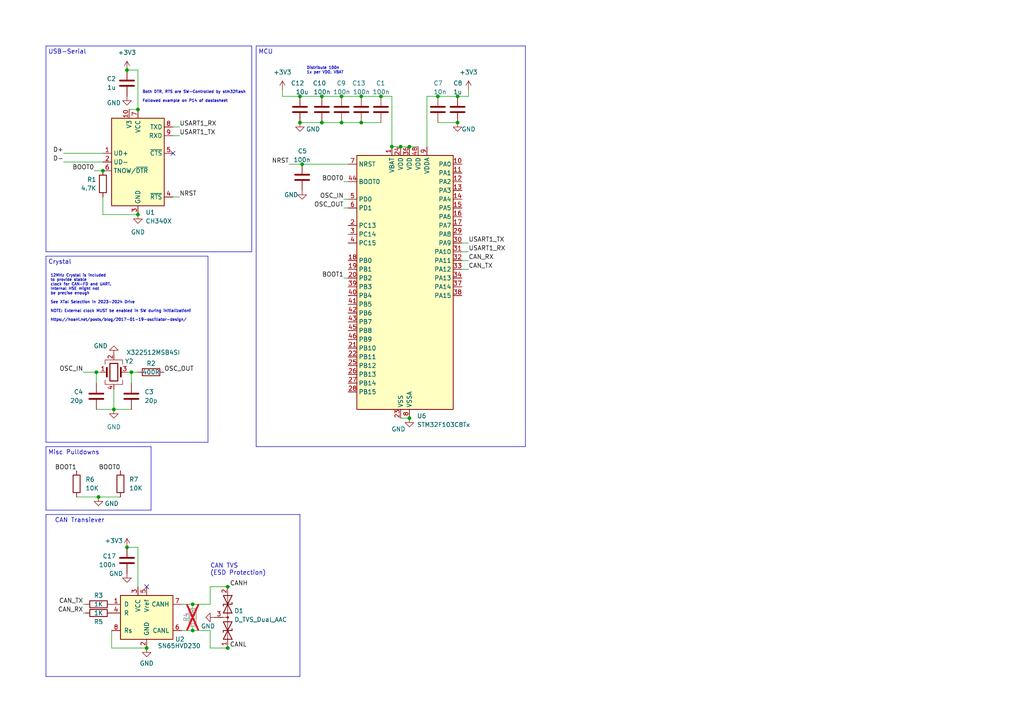
<source format=kicad_sch>
(kicad_sch (version 20230121) (generator eeschema)
  (paper "A4")
  (lib_symbols
    (symbol "Device:C" (pin_numbers hide) (pin_names (offset 0.254))
      (property "Reference" "C" (at 0.635 2.54 0))
      (property "Value" "C" (at 0.635 -2.54 0))
      (symbol "C_0_1"
        (polyline (pts (xy -2.032 -0.762) (xy 2.032 -0.762)) (stroke (width 0.508)))
        (polyline (pts (xy -2.032 0.762) (xy 2.032 0.762)) (stroke (width 0.508)))
      )
      (symbol "C_1_1"
        (pin passive line (at 0 3.81 270) (length 2.794) (name "~") (number "1"))
        (pin passive line (at 0 -3.81 90) (length 2.794) (name "~") (number "2"))
      )
    )
    (symbol "Device:Crystal_GND24" (pin_names (offset 1.016) hide)
      (property "Reference" "Y" (at 3.175 5.08 0))
      (property "Value" "Crystal_GND24" (at 3.175 3.175 0))
      (symbol "Crystal_GND24_0_1"
        (rectangle (start -1.143 2.54) (end 1.143 -2.54) (stroke (width 0.3048)))
        (polyline (pts (xy -2.54 0) (xy -2.032 0)))
        (polyline (pts (xy -2.032 -1.27) (xy -2.032 1.27)) (stroke (width 0.508)))
        (polyline (pts (xy 0 -3.81) (xy 0 -3.556)))
        (polyline (pts (xy 0 3.556) (xy 0 3.81)))
        (polyline (pts (xy 2.032 -1.27) (xy 2.032 1.27)) (stroke (width 0.508)))
        (polyline (pts (xy 2.032 0) (xy 2.54 0)))
        (polyline (pts (xy -2.54 -2.286) (xy -2.54 -3.556) (xy 2.54 -3.556) (xy 2.54 -2.286)))
        (polyline (pts (xy -2.54 2.286) (xy -2.54 3.556) (xy 2.54 3.556) (xy 2.54 2.286)))
      )
      (symbol "Crystal_GND24_1_1"
        (pin passive line (at -3.81 0 0) (length 1.27) (name "1") (number "1"))
        (pin passive line (at 0 5.08 270) (length 1.27) (name "2") (number "2"))
        (pin passive line (at 3.81 0 180) (length 1.27) (name "3") (number "3"))
        (pin passive line (at 0 -5.08 90) (length 1.27) (name "4") (number "4"))
      )
    )
    (symbol "Device:D_TVS_Dual_AAC" (pin_names (offset 1.016) hide)
      (property "Reference" "D" (at 0 4.445 0))
      (property "Value" "D_TVS_Dual_AAC" (at 0 2.54 0))
      (symbol "D_TVS_Dual_AAC_0_0"
        (polyline (pts (xy 0 -1.27) (xy 0 0)))
      )
      (symbol "D_TVS_Dual_AAC_0_1"
        (polyline (pts (xy -6.35 0) (xy 6.35 0)))
        (polyline (pts (xy -3.302 1.27) (xy -3.81 1.27) (xy -3.81 -1.27) (xy -4.318 -1.27)) (stroke (width 0.254)))
        (polyline (pts (xy 4.318 1.27) (xy 3.81 1.27) (xy 3.81 -1.27) (xy 3.302 -1.27)) (stroke (width 0.254)))
        (polyline (pts (xy -6.35 1.27) (xy -1.27 -1.27) (xy -1.27 1.27) (xy -6.35 -1.27) (xy -6.35 1.27)) (stroke (width 0.254)))
        (polyline (pts (xy 6.35 1.27) (xy 1.27 -1.27) (xy 1.27 1.27) (xy 6.35 -1.27) (xy 6.35 1.27)) (stroke (width 0.254)))
        (circle (center 0 0) (radius 0.254) (fill (type outline)))
      )
      (symbol "D_TVS_Dual_AAC_1_1"
        (pin passive line (at -8.89 0 0) (length 2.54) (name "A1") (number "1"))
        (pin passive line (at 8.89 0 180) (length 2.54) (name "A2") (number "2"))
        (pin input line (at 0 -3.81 90) (length 2.54) (name "common") (number "3"))
      )
    )
    (symbol "Device:R" (pin_numbers hide) (pin_names (offset 0))
      (property "Reference" "R" (at 2.032 0 90))
      (property "Value" "R" (at 0 0 90))
      (symbol "R_0_1"
        (rectangle (start -1.016 -2.54) (end 1.016 2.54) (stroke (width 0.254)))
      )
      (symbol "R_1_1"
        (pin passive line (at 0 3.81 270) (length 1.27) (name "~") (number "1"))
        (pin passive line (at 0 -3.81 90) (length 1.27) (name "~") (number "2"))
      )
    )
    (symbol "Interface_CAN_LIN:SN65HVD230" (pin_names (offset 1.016))
      (property "Reference" "U2" (at 2.1941 10.16 0))
      (property "Value" "SN65HVD230" (at 2.1941 7.62 0))
      (symbol "SN65HVD230_0_1"
        (rectangle (start -7.62 5.08) (end 7.62 -7.62) (stroke (width 0.254)) (fill (type background)))
      )
      (symbol "SN65HVD230_1_1"
        (pin input line (at -10.16 2.54 0) (length 2.54) (name "D") (number "1"))
        (pin power_in line (at 0 -10.16 90) (length 2.54) (name "GND") (number "2"))
        (pin power_in line (at -2.54 7.62 270) (length 2.54) (name "VCC") (number "3"))
        (pin output line (at -10.16 0 0) (length 2.54) (name "R") (number "4"))
        (pin output line (at 0 7.62 270) (length 2.54) (name "Vref") (number "5"))
        (pin bidirectional line (at 10.16 -5.08 180) (length 2.54) (name "CANL") (number "6"))
        (pin bidirectional line (at 10.16 2.54 180) (length 2.54) (name "CANH") (number "7"))
        (pin input line (at -10.16 -5.08 0) (length 2.54) (name "Rs") (number "8"))
      )
    )
    (symbol "Interface_USB:CH340X"
      (property "Reference" "U" (at -5.08 13.97 0))
      (property "Value" "CH340X" (at 1.27 13.97 0))
      (symbol "CH340X_0_1"
        (rectangle (start -7.62 12.7) (end 7.62 -12.7) (stroke (width 0.254)) (fill (type background)))
      )
      (symbol "CH340X_1_1"
        (pin bidirectional line (at -10.16 2.54 0) (length 2.54) (name "UD+") (number "1"))
        (pin passive line (at -2.54 15.24 270) (length 2.54) (name "V3") (number "10"))
        (pin bidirectional line (at -10.16 0 0) (length 2.54) (name "UD-") (number "2"))
        (pin power_in line (at 0 -15.24 90) (length 2.54) (name "GND") (number "3"))
        (pin output line (at 10.16 -10.16 180) (length 2.54) (name "~{RTS}") (number "4"))
        (pin input line (at 10.16 2.54 180) (length 2.54) (name "~{CTS}") (number "5"))
        (pin output line (at -10.16 -2.54 0) (length 2.54) (name "TNOW/~{DTR}") (number "6"))
        (pin power_in line (at 0 15.24 270) (length 2.54) (name "VCC") (number "7"))
        (pin output line (at 10.16 10.16 180) (length 2.54) (name "TXD") (number "8"))
        (pin input line (at 10.16 7.62 180) (length 2.54) (name "RXD") (number "9"))
      )
    )
    (symbol "MCU_ST_STM32F1:STM32F103C8Tx"
      (property "Reference" "U" (at -12.7 39.37 0))
      (property "Value" "STM32F103C8Tx" (at 10.16 39.37 0))
      (symbol "STM32F103C8Tx_0_1"
        (rectangle (start -12.7 -35.56) (end 15.24 38.1) (stroke (width 0.254)) (fill (type background)))
      )
      (symbol "STM32F103C8Tx_1_1"
        (pin power_in line (at -2.54 40.64 270) (length 2.54) (name "VBAT") (number "1"))
        (pin bidirectional line (at 17.78 35.56 180) (length 2.54) (name "PA0") (number "10"))
        (pin bidirectional line (at 17.78 33.02 180) (length 2.54) (name "PA1") (number "11"))
        (pin bidirectional line (at 17.78 30.48 180) (length 2.54) (name "PA2") (number "12"))
        (pin bidirectional line (at 17.78 27.94 180) (length 2.54) (name "PA3") (number "13"))
        (pin bidirectional line (at 17.78 25.4 180) (length 2.54) (name "PA4") (number "14"))
        (pin bidirectional line (at 17.78 22.86 180) (length 2.54) (name "PA5") (number "15"))
        (pin bidirectional line (at 17.78 20.32 180) (length 2.54) (name "PA6") (number "16"))
        (pin bidirectional line (at 17.78 17.78 180) (length 2.54) (name "PA7") (number "17"))
        (pin bidirectional line (at -15.24 7.62 0) (length 2.54) (name "PB0") (number "18"))
        (pin bidirectional line (at -15.24 5.08 0) (length 2.54) (name "PB1") (number "19"))
        (pin bidirectional line (at -15.24 17.78 0) (length 2.54) (name "PC13") (number "2"))
        (pin bidirectional line (at -15.24 2.54 0) (length 2.54) (name "PB2") (number "20"))
        (pin bidirectional line (at -15.24 -17.78 0) (length 2.54) (name "PB10") (number "21"))
        (pin bidirectional line (at -15.24 -20.32 0) (length 2.54) (name "PB11") (number "22"))
        (pin power_in line (at 0 -38.1 90) (length 2.54) (name "VSS") (number "23"))
        (pin power_in line (at 0 40.64 270) (length 2.54) (name "VDD") (number "24"))
        (pin bidirectional line (at -15.24 -22.86 0) (length 2.54) (name "PB12") (number "25"))
        (pin bidirectional line (at -15.24 -25.4 0) (length 2.54) (name "PB13") (number "26"))
        (pin bidirectional line (at -15.24 -27.94 0) (length 2.54) (name "PB14") (number "27"))
        (pin bidirectional line (at -15.24 -30.48 0) (length 2.54) (name "PB15") (number "28"))
        (pin bidirectional line (at 17.78 15.24 180) (length 2.54) (name "PA8") (number "29"))
        (pin bidirectional line (at -15.24 15.24 0) (length 2.54) (name "PC14") (number "3"))
        (pin bidirectional line (at 17.78 12.7 180) (length 2.54) (name "PA9") (number "30"))
        (pin bidirectional line (at 17.78 10.16 180) (length 2.54) (name "PA10") (number "31"))
        (pin bidirectional line (at 17.78 7.62 180) (length 2.54) (name "PA11") (number "32"))
        (pin bidirectional line (at 17.78 5.08 180) (length 2.54) (name "PA12") (number "33"))
        (pin bidirectional line (at 17.78 2.54 180) (length 2.54) (name "PA13") (number "34"))
        (pin passive line (at 0 -38.1 90) (length 2.54) hide (name "VSS") (number "35"))
        (pin power_in line (at 2.54 40.64 270) (length 2.54) (name "VDD") (number "36"))
        (pin bidirectional line (at 17.78 0 180) (length 2.54) (name "PA14") (number "37"))
        (pin bidirectional line (at 17.78 -2.54 180) (length 2.54) (name "PA15") (number "38"))
        (pin bidirectional line (at -15.24 0 0) (length 2.54) (name "PB3") (number "39"))
        (pin bidirectional line (at -15.24 12.7 0) (length 2.54) (name "PC15") (number "4"))
        (pin bidirectional line (at -15.24 -2.54 0) (length 2.54) (name "PB4") (number "40"))
        (pin bidirectional line (at -15.24 -5.08 0) (length 2.54) (name "PB5") (number "41"))
        (pin bidirectional line (at -15.24 -7.62 0) (length 2.54) (name "PB6") (number "42"))
        (pin bidirectional line (at -15.24 -10.16 0) (length 2.54) (name "PB7") (number "43"))
        (pin input line (at -15.24 30.48 0) (length 2.54) (name "BOOT0") (number "44"))
        (pin bidirectional line (at -15.24 -12.7 0) (length 2.54) (name "PB8") (number "45"))
        (pin bidirectional line (at -15.24 -15.24 0) (length 2.54) (name "PB9") (number "46"))
        (pin passive line (at 0 -38.1 90) (length 2.54) hide (name "VSS") (number "47"))
        (pin power_in line (at 5.08 40.64 270) (length 2.54) (name "VDD") (number "48"))
        (pin bidirectional line (at -15.24 25.4 0) (length 2.54) (name "PD0") (number "5"))
        (pin bidirectional line (at -15.24 22.86 0) (length 2.54) (name "PD1") (number "6"))
        (pin input line (at -15.24 35.56 0) (length 2.54) (name "NRST") (number "7"))
        (pin power_in line (at 2.54 -38.1 90) (length 2.54) (name "VSSA") (number "8"))
        (pin power_in line (at 7.62 40.64 270) (length 2.54) (name "VDDA") (number "9"))
      )
    )
    (symbol "power:+3V3" (power) (pin_names (offset 0))
      (property "Value" "+3V3" (at 0 3.556 0))
      (symbol "+3V3_0_1"
        (polyline (pts (xy -0.762 1.27) (xy 0 2.54)))
        (polyline (pts (xy 0 0) (xy 0 2.54)))
        (polyline (pts (xy 0 2.54) (xy 0.762 1.27)))
      )
      (symbol "+3V3_1_1"
        (pin power_in line (at 0 0 90) (length 0) hide (name "+3V3") (number "1"))
      )
    )
    (symbol "power:GND" (power) (pin_names (offset 0))
      (property "Value" "GND" (at 0 -3.81 0))
      (symbol "GND_0_1"
        (polyline (pts (xy 0 0) (xy 0 -1.27) (xy 1.27 -1.27) (xy 0 -2.54) (xy -1.27 -1.27) (xy 0 -1.27)))
      )
      (symbol "GND_1_1"
        (pin power_in line (at 0 0 270) (length 0) hide (name "GND") (number "1"))
      )
    )
  )
  (junction (at 118.745 42.545))
  (junction (at 93.345 27.94))
  (junction (at 38.1 107.95))
  (junction (at 113.665 42.545))
  (junction (at 99.06 27.94))
  (junction (at 27.94 107.95))
  (junction (at 86.995 27.94))
  (junction (at 42.545 187.96))
  (junction (at 87.63 47.625))
  (junction (at 118.745 121.285))
  (junction (at 40.005 62.23))
  (junction (at 86.995 35.56))
  (junction (at 66.04 170.18))
  (junction (at 40.005 31.75))
  (junction (at 110.49 27.94))
  (junction (at 36.83 158.75))
  (junction (at 36.83 20.32))
  (junction (at 33.02 118.745))
  (junction (at 55.88 182.88))
  (junction (at 93.345 35.56))
  (junction (at 29.845 49.53))
  (junction (at 66.04 187.96))
  (junction (at 132.715 35.56))
  (junction (at 55.88 175.26))
  (junction (at 116.205 42.545))
  (junction (at 104.775 35.56))
  (junction (at 132.715 27.94))
  (junction (at 99.06 35.56))
  (junction (at 28.575 144.145))
  (junction (at 104.775 27.94))
  (junction (at 127 27.94))
  (no_connect (at 50.165 44.45))
  (no_connect (at 42.545 170.18))
  (wire (pts (xy 52.705 175.26) (xy 55.88 175.26)))
  (wire (pts (xy 18.415 44.45) (xy 29.845 44.45)))
  (wire (pts (xy 33.02 113.03) (xy 33.02 118.745)))
  (wire (pts (xy 32.385 182.88) (xy 32.385 187.96)))
  (wire (pts (xy 29.845 62.23) (xy 29.845 57.15)))
  (polyline (pts (xy 74.295 13.335) (xy 74.295 129.54)))
  (wire (pts (xy 33.02 118.745) (xy 38.1 118.745)))
  (wire (pts (xy 24.13 177.8) (xy 24.765 177.8)))
  (wire (pts (xy 28.575 144.145) (xy 22.225 144.145)))
  (polyline (pts (xy 74.295 129.54) (xy 152.4 129.54)))
  (wire (pts (xy 27.94 107.95) (xy 29.21 107.95)))
  (wire (pts (xy 32.385 187.96) (xy 42.545 187.96)))
  (polyline (pts (xy 13.335 149.225) (xy 86.995 149.225)))
  (wire (pts (xy 127 35.56) (xy 132.715 35.56)))
  (wire (pts (xy 38.1 107.95) (xy 38.1 111.125)))
  (wire (pts (xy 135.89 73.025) (xy 133.985 73.025)))
  (wire (pts (xy 135.89 27.94) (xy 132.715 27.94)))
  (polyline (pts (xy 13.335 196.215) (xy 86.995 196.215)))
  (wire (pts (xy 113.665 27.94) (xy 113.665 42.545)))
  (wire (pts (xy 36.83 20.32) (xy 40.005 20.32)))
  (wire (pts (xy 104.775 27.94) (xy 110.49 27.94)))
  (wire (pts (xy 135.89 70.485) (xy 133.985 70.485)))
  (wire (pts (xy 40.005 20.32) (xy 40.005 31.75)))
  (polyline (pts (xy 73.025 73.025) (xy 73.025 13.335)))
  (polyline (pts (xy 13.335 149.225) (xy 13.335 196.215)))
  (polyline (pts (xy 13.335 13.335) (xy 73.025 13.335)))
  (wire (pts (xy 18.415 46.99) (xy 29.845 46.99)))
  (wire (pts (xy 81.915 26.035) (xy 81.915 27.94)))
  (wire (pts (xy 40.005 62.23) (xy 29.845 62.23)))
  (wire (pts (xy 118.745 42.545) (xy 121.285 42.545)))
  (polyline (pts (xy 60.325 128.27) (xy 60.325 74.295)))
  (wire (pts (xy 87.63 47.625) (xy 100.965 47.625)))
  (wire (pts (xy 40.005 158.75) (xy 40.005 170.18)))
  (wire (pts (xy 135.89 75.565) (xy 133.985 75.565)))
  (polyline (pts (xy 43.815 129.54) (xy 43.815 147.955)))
  (wire (pts (xy 55.88 182.88) (xy 60.96 182.88)))
  (wire (pts (xy 50.165 57.15) (xy 52.07 57.15)))
  (polyline (pts (xy 74.295 13.335) (xy 152.4 13.335)))
  (wire (pts (xy 37.465 31.75) (xy 40.005 31.75)))
  (polyline (pts (xy 13.335 129.54) (xy 13.335 147.955)))
  (wire (pts (xy 66.04 187.96) (xy 66.675 187.96)))
  (wire (pts (xy 110.49 27.94) (xy 113.665 27.94)))
  (wire (pts (xy 24.13 107.95) (xy 27.94 107.95)))
  (wire (pts (xy 127 27.94) (xy 123.825 27.94)))
  (polyline (pts (xy 13.335 13.335) (xy 13.335 73.025)))
  (wire (pts (xy 38.1 107.95) (xy 36.83 107.95)))
  (polyline (pts (xy 13.335 74.295) (xy 13.335 128.27)))
  (wire (pts (xy 99.06 35.56) (xy 104.775 35.56)))
  (wire (pts (xy 52.07 39.37) (xy 50.165 39.37)))
  (wire (pts (xy 99.06 35.56) (xy 93.345 35.56)))
  (wire (pts (xy 60.96 170.18) (xy 66.04 170.18)))
  (wire (pts (xy 27.305 49.53) (xy 29.845 49.53)))
  (wire (pts (xy 52.07 36.83) (xy 50.165 36.83)))
  (wire (pts (xy 66.04 170.18) (xy 66.675 170.18)))
  (wire (pts (xy 135.89 26.035) (xy 135.89 27.94)))
  (polyline (pts (xy 13.335 128.27) (xy 60.325 128.27)))
  (wire (pts (xy 99.06 27.94) (xy 104.775 27.94)))
  (wire (pts (xy 86.995 27.94) (xy 93.345 27.94)))
  (wire (pts (xy 52.705 182.88) (xy 55.88 182.88)))
  (wire (pts (xy 60.96 170.18) (xy 60.96 175.26)))
  (polyline (pts (xy 43.815 147.955) (xy 13.335 147.955)))
  (wire (pts (xy 104.775 35.56) (xy 110.49 35.56)))
  (wire (pts (xy 99.695 80.645) (xy 100.965 80.645)))
  (wire (pts (xy 93.345 27.94) (xy 99.06 27.94)))
  (wire (pts (xy 113.665 42.545) (xy 116.205 42.545)))
  (wire (pts (xy 27.94 118.745) (xy 33.02 118.745)))
  (wire (pts (xy 81.915 27.94) (xy 86.995 27.94)))
  (wire (pts (xy 24.13 175.26) (xy 24.765 175.26)))
  (wire (pts (xy 99.695 52.705) (xy 100.965 52.705)))
  (wire (pts (xy 27.94 107.95) (xy 27.94 111.125)))
  (wire (pts (xy 99.695 57.785) (xy 100.965 57.785)))
  (wire (pts (xy 123.825 27.94) (xy 123.825 42.545)))
  (wire (pts (xy 135.89 78.105) (xy 133.985 78.105)))
  (polyline (pts (xy 86.995 149.225) (xy 86.995 196.215)))
  (wire (pts (xy 127 27.94) (xy 132.715 27.94)))
  (wire (pts (xy 83.82 47.625) (xy 87.63 47.625)))
  (polyline (pts (xy 152.4 129.54) (xy 152.4 13.335)))
  (wire (pts (xy 60.96 175.26) (xy 55.88 175.26)))
  (wire (pts (xy 38.1 107.95) (xy 40.005 107.95)))
  (polyline (pts (xy 13.335 74.295) (xy 60.325 74.295)))
  (wire (pts (xy 116.205 121.285) (xy 118.745 121.285)))
  (wire (pts (xy 99.695 60.325) (xy 100.965 60.325)))
  (wire (pts (xy 116.205 42.545) (xy 118.745 42.545)))
  (polyline (pts (xy 13.335 129.54) (xy 43.815 129.54)))
  (wire (pts (xy 86.995 35.56) (xy 93.345 35.56)))
  (polyline (pts (xy 13.335 73.025) (xy 73.025 73.025)))
  (wire (pts (xy 60.96 187.96) (xy 66.04 187.96)))
  (wire (pts (xy 28.575 144.145) (xy 34.925 144.145)))
  (wire (pts (xy 60.96 182.88) (xy 60.96 187.96)))
  (wire (pts (xy 36.83 158.75) (xy 40.005 158.75)))
  (text "USB-Serial" (at 13.97 15.875 0) (effects (font (size 1.27 1.27)) (justify left bottom)))
  (text "Crystal" (at 13.97 76.835 0) (effects (font (size 1.27 1.27)) (justify left bottom)))
  (text "Misc Pulldowns" (at 13.97 132.08 0) (effects (font (size 1.27 1.27)) (justify left bottom)))
  (text "Distribute 100n\n1x per VDD, VBAT" (at 88.9 21.59 0) (effects (font (size 0.8 0.8)) (justify left bottom)))
  (text "https://hoani.net/posts/blog/2017-01-19-oscillator-design/" (at 14.605 93.345 0) (effects (font (size 0.8 0.8)) (justify left bottom)))
  (text "CAN TVS\n(ESD Protection)" (at 60.96 167.005 0) (effects (font (size 1.27 1.27)) (justify left bottom)))
  (text "12MHz Crystal is included\nto provide stable\nclock for CAN-FD and UART.\nInternal HSE might not\nbe precise enough\n\nSee XTal Selection in 2023-2024 Drive\n\nNOTE: External clock MUST be enabled in SW during initialization!" (at 14.605 90.805 0) (effects (font (size 0.8 0.8)) (justify left bottom)))
  (text "CAN Transiever" (at 15.875 151.765 0) (effects (font (size 1.27 1.27)) (justify left bottom)))
  (text "Both DTR, RTS are SW-Controlled by stm32flash\n\nFollowed example on P14 of dastasheet" (at 41.275 29.845 0) (effects (font (size 0.8 0.8)) (justify left bottom)))
  (text "MCU" (at 74.93 15.875 0) (effects (font (size 1.27 1.27)) (justify left bottom)))
  (label "OSC_OUT" (at 99.695 60.325 180))
  (label "USART1_TX" (at 135.89 70.485 0))
  (label "CAN_RX" (at 24.13 177.8 180))
  (label "USART1_TX" (at 52.07 39.37 0))
  (label "CAN_RX" (at 135.89 75.565 0))
  (label "BOOT0" (at 34.925 136.525 180))
  (label "CANL" (at 66.675 187.96 0))
  (label "OSC_OUT" (at 47.625 107.95 0))
  (label "D-" (at 18.415 46.99 180))
  (label "BOOT1" (at 99.695 80.645 180))
  (label "OSC_IN" (at 24.13 107.95 180))
  (label "BOOT1" (at 22.225 136.525 180))
  (label "USART1_RX" (at 52.07 36.83 0))
  (label "BOOT0" (at 27.305 49.53 180))
  (label "CAN_TX" (at 24.13 175.26 180))
  (label "CANH" (at 66.675 170.18 0))
  (label "CAN_TX" (at 135.89 78.105 0))
  (label "USART1_RX" (at 135.89 73.025 0))
  (label "D+" (at 18.415 44.45 180))
  (label "NRST" (at 83.82 47.625 180))
  (label "NRST" (at 52.07 57.15 0))
  (label "OSC_IN" (at 99.695 57.785 180))
  (label "BOOT0" (at 99.695 52.705 180))
  (symbol (lib_id "Device:C") (at 110.49 31.75 0) (mirror y) (unit 1)
    (property "Reference" "C1" (at 111.76 24.13 0) (effects (justify left)))
    (property "Value" "100n" (at 113.03 26.67 0) (effects (justify left)))
    (property "Footprint" "Capacitor_SMD:C_0402_1005Metric" (effects hide))
  )
  (symbol (lib_id "power:GND") (at 36.83 27.94 0) (unit 1)
    (property "Reference" "#PWR04" (effects hide))
    (property "Value" "GND" (at 33.02 29.845 0))
  )
  (symbol (lib_id "Device:C") (at 36.83 24.13 0) (unit 1)
    (property "Reference" "C2" (at 33.655 22.86 0) (effects (justify right)))
    (property "Value" "1u" (at 33.655 25.4 0) (effects (justify right)))
    (property "Footprint" "Capacitor_SMD:C_0402_1005Metric" (effects hide))
  )
  (symbol (lib_id "Interface_CAN_LIN:SN65HVD230") (at 42.545 177.8 0) (unit 1)
    (property "Reference" "U2" (at 50.8 185.42 0) (effects (justify left)))
    (property "Value" "SN65HVD230" (at 45.72 187.325 0) (effects (justify left)))
    (property "Footprint" "Package_SO:SOIC-8_3.9x4.9mm_P1.27mm" (effects hide))
    (property "Datasheet" "http://www.ti.com/lit/ds/symlink/sn65hvd230.pdf" (effects hide))
  )
  (symbol (lib_id "power:GND") (at 36.83 166.37 0) (mirror y) (unit 1)
    (property "Reference" "#PWR017" (effects hide))
    (property "Value" "GND" (at 33.655 166.37 0))
  )
  (symbol (lib_id "Device:C") (at 87.63 51.435 0) (unit 1)
    (property "Reference" "C5" (at 86.36 43.815 0) (effects (justify left)))
    (property "Value" "100n" (at 85.09 46.355 0) (effects (justify left)))
    (property "Footprint" "Capacitor_SMD:C_0402_1005Metric" (effects hide))
  )
  (symbol (lib_id "MCU_ST_STM32F1:STM32F103C8Tx") (at 116.205 83.185 0) (unit 1)
    (property "Reference" "U6" (at 120.9391 120.65 0) (effects (justify left)))
    (property "Value" "STM32F103C8Tx" (at 120.9391 123.19 0) (effects (justify left)))
    (property "Footprint" "Package_QFP:LQFP-48_7x7mm_P0.5mm" (effects hide))
    (property "Datasheet" "https://www.st.com/resource/en/datasheet/stm32f103c8.pdf" (effects hide))
  )
  (symbol (lib_id "Device:C") (at 36.83 162.56 0) (unit 1)
    (property "Reference" "C17" (at 33.655 161.29 0) (effects (justify right)))
    (property "Value" "100n" (at 33.655 163.83 0) (effects (justify right)))
    (property "Footprint" "Capacitor_SMD:C_0402_1005Metric" (effects hide))
  )
  (symbol (lib_id "Device:R") (at 22.225 140.335 0) (unit 1)
    (property "Reference" "R6" (at 24.765 139.065 0) (effects (justify left)))
    (property "Value" "10K" (at 24.765 141.605 0) (effects (justify left)))
    (property "Footprint" "Resistor_SMD:R_0402_1005Metric" (effects hide))
  )
  (symbol (lib_id "Device:R") (at 29.845 53.34 0) (unit 1)
    (property "Reference" "R1" (at 27.94 52.07 0) (effects (justify right)))
    (property "Value" "4.7K" (at 27.94 54.61 0) (effects (justify right)))
    (property "Footprint" "Resistor_SMD:R_0402_1005Metric" (effects hide))
  )
  (symbol (lib_id "power:GND") (at 62.23 179.07 270) (unit 1)
    (property "Reference" "#PWR07" (effects hide))
    (property "Value" "GND" (at 60.325 181.61 90))
  )
  (symbol (lib_id "power:+3V3") (at 36.83 20.32 0) (unit 1)
    (property "Reference" "#PWR03" (effects hide))
    (property "Value" "+3V3" (at 36.83 15.24 0))
  )
  (symbol (lib_id "power:GND") (at 33.02 118.745 0) (unit 1)
    (property "Reference" "#PWR05" (effects hide))
    (property "Value" "GND" (at 33.02 123.825 0))
  )
  (symbol (lib_id "Device:R") (at 28.575 177.8 90) (mirror x) (unit 1)
    (property "Reference" "R5" (at 28.575 180.34 90))
    (property "Value" "1K" (at 28.575 177.8 90))
    (property "Footprint" "Resistor_SMD:R_0402_1005Metric" (effects hide))
  )
  (symbol (lib_id "Device:R") (at 55.88 179.07 0) (unit 1) (in_bom no) (dnp yes)
    (property "Reference" "R4" (at 53.975 180.34 90) (effects (justify left)))
    (property "Value" "120R" (at 55.88 181.61 90) (effects (justify left)))
    (property "Footprint" "Resistor_SMD:R_1206_3216Metric" (effects hide))
  )
  (symbol (lib_id "Device:C") (at 99.06 31.75 0) (mirror y) (unit 1)
    (property "Reference" "C9" (at 100.33 24.13 0) (effects (justify left)))
    (property "Value" "100n" (at 101.6 26.67 0) (effects (justify left)))
    (property "Footprint" "Capacitor_SMD:C_0402_1005Metric" (effects hide))
  )
  (symbol (lib_id "Device:R") (at 28.575 175.26 90) (unit 1)
    (property "Reference" "R3" (at 28.575 172.72 90))
    (property "Value" "1K" (at 28.575 175.26 90))
    (property "Footprint" "Resistor_SMD:R_0402_1005Metric" (effects hide))
  )
  (symbol (lib_id "power:+3V3") (at 81.915 26.035 0) (unit 1)
    (property "Reference" "#PWR06" (effects hide))
    (property "Value" "+3V3" (at 81.915 20.955 0))
  )
  (symbol (lib_id "power:GND") (at 132.715 35.56 0) (unit 1)
    (property "Reference" "#PWR010" (effects hide))
    (property "Value" "GND" (at 135.89 37.465 0))
  )
  (symbol (lib_id "power:+3V3") (at 36.83 158.75 0) (unit 1)
    (property "Reference" "#PWR016" (effects hide))
    (property "Value" "+3V3" (at 33.02 156.845 0))
  )
  (symbol (lib_id "power:GND") (at 118.745 121.285 0) (unit 1)
    (property "Reference" "#PWR02" (effects hide))
    (property "Value" "GND" (at 115.57 124.46 0))
  )
  (symbol (lib_id "power:GND") (at 87.63 55.245 0) (unit 1)
    (property "Reference" "#PWR012" (effects hide))
    (property "Value" "GND" (at 84.455 56.515 0))
  )
  (symbol (lib_id "Device:Crystal_GND24") (at 33.02 107.95 0) (unit 1)
    (property "Reference" "Y2" (at 37.465 104.775 0))
    (property "Value" "X322512MSB4SI" (at 44.45 102.235 0))
    (property "Footprint" "Crystal:Crystal_SMD_3225-4Pin_3.2x2.5mm" (effects hide))
    (property "Datasheet" "https://datasheet.lcsc.com/lcsc/2304140030_Yangxing-Tech-X322512MSB4SI_C9002.pdf" (effects hide))
    (property "LCSC" "C9002" (effects hide))
  )
  (symbol (lib_id "Device:R") (at 34.925 140.335 0) (unit 1)
    (property "Reference" "R7" (at 37.465 139.065 0) (effects (justify left)))
    (property "Value" "10K" (at 37.465 141.605 0) (effects (justify left)))
    (property "Footprint" "Resistor_SMD:R_0402_1005Metric" (effects hide))
  )
  (symbol (lib_id "Device:C") (at 104.775 31.75 0) (mirror y) (unit 1)
    (property "Reference" "C13" (at 106.045 24.13 0) (effects (justify left)))
    (property "Value" "100n" (at 107.315 26.67 0) (effects (justify left)))
    (property "Footprint" "Capacitor_SMD:C_0402_1005Metric" (effects hide))
  )
  (symbol (lib_id "power:+3V3") (at 135.89 26.035 0) (unit 1)
    (property "Reference" "#PWR09" (effects hide))
    (property "Value" "+3V3" (at 135.89 20.955 0))
  )
  (symbol (lib_id "Device:C") (at 27.94 114.935 0) (mirror y) (unit 1)
    (property "Reference" "C4" (at 24.13 113.665 0) (effects (justify left)))
    (property "Value" "20p" (at 24.13 116.205 0) (effects (justify left)))
    (property "Footprint" "Capacitor_SMD:C_0402_1005Metric" (effects hide))
  )
  (symbol (lib_id "Device:C") (at 132.715 31.75 0) (unit 1)
    (property "Reference" "C8" (at 131.445 24.13 0) (effects (justify left)))
    (property "Value" "1u" (at 131.445 26.67 0) (effects (justify left)))
    (property "Footprint" "Capacitor_SMD:C_0402_1005Metric" (effects hide))
  )
  (symbol (lib_id "Device:C") (at 38.1 114.935 0) (unit 1)
    (property "Reference" "C3" (at 41.91 113.665 0) (effects (justify left)))
    (property "Value" "20p" (at 41.91 116.205 0) (effects (justify left)))
    (property "Footprint" "Capacitor_SMD:C_0402_1005Metric" (effects hide))
  )
  (symbol (lib_id "Device:C") (at 93.345 31.75 0) (mirror y) (unit 1)
    (property "Reference" "C10" (at 94.615 24.13 0) (effects (justify left)))
    (property "Value" "100n" (at 95.885 26.67 0) (effects (justify left)))
    (property "Footprint" "Capacitor_SMD:C_0402_1005Metric" (effects hide))
  )
  (symbol (lib_id "Device:R") (at 43.815 107.95 90) (unit 1)
    (property "Reference" "R2" (at 43.815 105.41 90))
    (property "Value" "400R" (at 43.815 107.95 90))
    (property "Footprint" "Resistor_SMD:R_0402_1005Metric" (effects hide))
  )
  (symbol (lib_id "power:GND") (at 42.545 187.96 0) (unit 1)
    (property "Reference" "#PWR018" (effects hide))
    (property "Value" "GND" (at 42.545 192.405 0))
  )
  (symbol (lib_id "power:GND") (at 28.575 144.145 0) (unit 1)
    (property "Reference" "#PWR08" (effects hide))
    (property "Value" "GND" (at 32.385 146.05 0))
  )
  (symbol (lib_id "Device:C") (at 86.995 31.75 0) (mirror y) (unit 1)
    (property "Reference" "C12" (at 88.265 24.13 0) (effects (justify left)))
    (property "Value" "10u" (at 89.535 26.67 0) (effects (justify left)))
    (property "Footprint" "Capacitor_SMD:C_0402_1005Metric" (effects hide))
  )
  (symbol (lib_id "power:GND") (at 86.995 35.56 0) (mirror y) (unit 1)
    (property "Reference" "#PWR011" (effects hide))
    (property "Value" "GND" (at 90.805 37.465 0))
  )
  (symbol (lib_id "power:GND") (at 33.02 102.87 180) (unit 1)
    (property "Reference" "#PWR020" (effects hide))
    (property "Value" "GND" (at 29.21 100.33 0))
  )
  (symbol (lib_id "Device:D_TVS_Dual_AAC") (at 66.04 179.07 270) (mirror x) (unit 1)
    (property "Reference" "D1" (at 67.945 177.165 90) (effects (justify left)))
    (property "Value" "D_TVS_Dual_AAC" (at 67.945 179.705 90) (effects (justify left)))
    (property "Footprint" "Package_TO_SOT_SMD:SOT-23-3" (effects hide))
    (property "LCSC" "C32677" (effects hide))
  )
  (symbol (lib_id "Device:C") (at 127 31.75 0) (unit 1)
    (property "Reference" "C7" (at 125.73 24.13 0) (effects (justify left)))
    (property "Value" "10n" (at 125.73 26.67 0) (effects (justify left)))
    (property "Footprint" "Capacitor_SMD:C_0402_1005Metric" (effects hide))
  )
  (symbol (lib_id "Interface_USB:CH340X") (at 40.005 46.99 0) (unit 1)
    (property "Reference" "U1" (at 42.1991 61.595 0) (effects (justify left)))
    (property "Value" "CH340X" (at 42.1991 64.135 0) (effects (justify left)))
    (property "Footprint" "Package_SO:MSOP-10_3x3mm_P0.5mm" (effects hide))
    (property "Datasheet" "https://cdn.sparkfun.com/assets/5/0/a/8/5/CH340DS1.PDF" (effects hide))
  )
  (symbol (lib_id "power:GND") (at 40.005 62.23 0) (unit 1)
    (property "Reference" "#PWR01" (effects hide))
    (property "Value" "GND" (at 40.005 67.31 0))
  )
)
</source>
